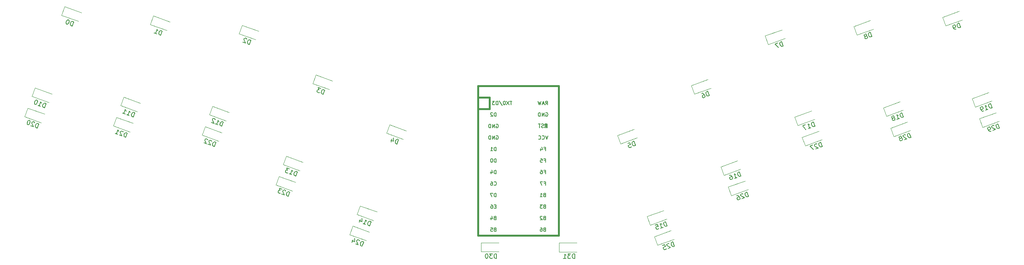
<source format=gbr>
G04 #@! TF.GenerationSoftware,KiCad,Pcbnew,(5.1.4)-1*
G04 #@! TF.CreationDate,2021-01-09T12:31:01-07:00*
G04 #@! TF.ProjectId,CS30 Ergo 3,43533330-2045-4726-976f-20332e6b6963,rev?*
G04 #@! TF.SameCoordinates,Original*
G04 #@! TF.FileFunction,Legend,Bot*
G04 #@! TF.FilePolarity,Positive*
%FSLAX46Y46*%
G04 Gerber Fmt 4.6, Leading zero omitted, Abs format (unit mm)*
G04 Created by KiCad (PCBNEW (5.1.4)-1) date 2021-01-09 12:31:01*
%MOMM*%
%LPD*%
G04 APERTURE LIST*
%ADD10C,0.120000*%
%ADD11C,0.381000*%
%ADD12C,0.150000*%
G04 APERTURE END LIST*
D10*
X151860000Y-104590000D02*
X151860000Y-102590000D01*
X151860000Y-102590000D02*
X155760000Y-102590000D01*
X151860000Y-104590000D02*
X155760000Y-104590000D01*
X134650000Y-104584810D02*
X138550000Y-104584810D01*
X134650000Y-102584810D02*
X138550000Y-102584810D01*
X134650000Y-104584810D02*
X134650000Y-102584810D01*
X245166478Y-77083529D02*
X244482437Y-75204144D01*
X244482437Y-75204144D02*
X248147239Y-73870265D01*
X245166478Y-77083529D02*
X248831279Y-75749650D01*
X225636380Y-79123735D02*
X224952339Y-77244350D01*
X224952339Y-77244350D02*
X228617141Y-75910471D01*
X225636380Y-79123735D02*
X229301181Y-77789856D01*
X206106283Y-81163941D02*
X205422242Y-79284556D01*
X205422242Y-79284556D02*
X209087044Y-77950677D01*
X206106283Y-81163941D02*
X209771084Y-79830062D01*
X189833941Y-92154757D02*
X189149900Y-90275372D01*
X189149900Y-90275372D02*
X192814702Y-88941493D01*
X189833941Y-92154757D02*
X193498742Y-90820878D01*
X173561599Y-103145573D02*
X172877558Y-101266188D01*
X172877558Y-101266188D02*
X176542360Y-99932309D01*
X173561599Y-103145573D02*
X177226400Y-101811694D01*
X105723332Y-100792044D02*
X109388134Y-102125923D01*
X106407373Y-98912659D02*
X110072174Y-100246538D01*
X105723332Y-100792044D02*
X106407373Y-98912659D01*
X89450989Y-89801227D02*
X93115791Y-91135106D01*
X90135030Y-87921842D02*
X93799831Y-89255721D01*
X89450989Y-89801227D02*
X90135030Y-87921842D01*
X73178647Y-78810411D02*
X76843449Y-80144290D01*
X73862688Y-76931026D02*
X77527489Y-78264905D01*
X73178647Y-78810411D02*
X73862688Y-76931026D01*
X53648550Y-76770205D02*
X57313352Y-78104084D01*
X54332591Y-74890820D02*
X57997392Y-76224699D01*
X53648550Y-76770205D02*
X54332591Y-74890820D01*
X34118453Y-74729999D02*
X37783255Y-76063878D01*
X34802494Y-72850614D02*
X38467295Y-74184493D01*
X34118453Y-74729999D02*
X34802494Y-72850614D01*
X243537600Y-72608223D02*
X242853559Y-70728838D01*
X242853559Y-70728838D02*
X246518361Y-69394959D01*
X243537600Y-72608223D02*
X247202401Y-71274344D01*
X224007503Y-74648430D02*
X223323462Y-72769045D01*
X223323462Y-72769045D02*
X226988264Y-71435166D01*
X224007503Y-74648430D02*
X227672304Y-73314551D01*
X204477405Y-76688636D02*
X203793364Y-74809251D01*
X203793364Y-74809251D02*
X207458166Y-73475372D01*
X204477405Y-76688636D02*
X208142206Y-75354757D01*
X188205064Y-87679452D02*
X187521023Y-85800067D01*
X187521023Y-85800067D02*
X191185825Y-84466188D01*
X188205064Y-87679452D02*
X191869865Y-86345573D01*
X171932722Y-98670268D02*
X171248681Y-96790883D01*
X171248681Y-96790883D02*
X174913483Y-95457004D01*
X171932722Y-98670268D02*
X175597523Y-97336389D01*
X107352209Y-96316738D02*
X111017011Y-97650617D01*
X108036250Y-94437353D02*
X111701051Y-95771232D01*
X107352209Y-96316738D02*
X108036250Y-94437353D01*
X91079867Y-85325922D02*
X94744669Y-86659801D01*
X91763908Y-83446537D02*
X95428709Y-84780416D01*
X91079867Y-85325922D02*
X91763908Y-83446537D01*
X74807525Y-74335106D02*
X78472327Y-75668985D01*
X75491566Y-72455721D02*
X79156367Y-73789600D01*
X74807525Y-74335106D02*
X75491566Y-72455721D01*
X55277428Y-72294900D02*
X58942230Y-73628779D01*
X55961469Y-70415515D02*
X59626270Y-71749394D01*
X55277428Y-72294900D02*
X55961469Y-70415515D01*
X35747330Y-70254695D02*
X39412132Y-71588574D01*
X36431371Y-68375310D02*
X40096172Y-69709189D01*
X35747330Y-70254695D02*
X36431371Y-68375310D01*
X237022089Y-54707004D02*
X236338048Y-52827619D01*
X236338048Y-52827619D02*
X240002850Y-51493740D01*
X237022089Y-54707004D02*
X240686890Y-53373125D01*
X217491992Y-56747210D02*
X216807951Y-54867825D01*
X216807951Y-54867825D02*
X220472753Y-53533946D01*
X217491992Y-56747210D02*
X221156793Y-55413331D01*
X197961894Y-58787416D02*
X197277853Y-56908031D01*
X197277853Y-56908031D02*
X200942655Y-55574152D01*
X197961894Y-58787416D02*
X201626695Y-57453537D01*
X181689552Y-69778231D02*
X181005511Y-67898846D01*
X181005511Y-67898846D02*
X184670313Y-66564967D01*
X181689552Y-69778231D02*
X185354353Y-68444352D01*
X165417212Y-80769048D02*
X164733171Y-78889663D01*
X164733171Y-78889663D02*
X168397973Y-77555784D01*
X165417212Y-80769048D02*
X169082013Y-79435169D01*
X113867720Y-78415519D02*
X117532522Y-79749398D01*
X114551761Y-76536134D02*
X118216562Y-77870013D01*
X113867720Y-78415519D02*
X114551761Y-76536134D01*
X97595377Y-67424703D02*
X101260179Y-68758582D01*
X98279418Y-65545318D02*
X101944219Y-66879197D01*
X97595377Y-67424703D02*
X98279418Y-65545318D01*
X81323036Y-56433887D02*
X84987838Y-57767766D01*
X82007077Y-54554502D02*
X85671878Y-55888381D01*
X81323036Y-56433887D02*
X82007077Y-54554502D01*
X61792939Y-54393680D02*
X65457741Y-55727559D01*
X62476980Y-52514295D02*
X66141781Y-53848174D01*
X61792939Y-54393680D02*
X62476980Y-52514295D01*
X42262842Y-52353474D02*
X45927644Y-53687353D01*
X42946883Y-50474089D02*
X46611684Y-51807968D01*
X42262842Y-52353474D02*
X42946883Y-50474089D01*
D11*
X136525600Y-73025360D02*
X133985600Y-73025360D01*
X136525600Y-70485360D02*
X136525600Y-73025360D01*
D12*
G36*
X148920235Y-76774390D02*
G01*
X148920235Y-76874390D01*
X149020235Y-76874390D01*
X149020235Y-76774390D01*
X148920235Y-76774390D01*
G37*
X148920235Y-76774390D02*
X148920235Y-76874390D01*
X149020235Y-76874390D01*
X149020235Y-76774390D01*
X148920235Y-76774390D01*
G36*
X149120235Y-76374390D02*
G01*
X149120235Y-77174390D01*
X149220235Y-77174390D01*
X149220235Y-76374390D01*
X149120235Y-76374390D01*
G37*
X149120235Y-76374390D02*
X149120235Y-77174390D01*
X149220235Y-77174390D01*
X149220235Y-76374390D01*
X149120235Y-76374390D01*
G36*
X148720235Y-76974390D02*
G01*
X148720235Y-77174390D01*
X148820235Y-77174390D01*
X148820235Y-76974390D01*
X148720235Y-76974390D01*
G37*
X148720235Y-76974390D02*
X148720235Y-77174390D01*
X148820235Y-77174390D01*
X148820235Y-76974390D01*
X148720235Y-76974390D01*
G36*
X148720235Y-76374390D02*
G01*
X148720235Y-76674390D01*
X148820235Y-76674390D01*
X148820235Y-76374390D01*
X148720235Y-76374390D01*
G37*
X148720235Y-76374390D02*
X148720235Y-76674390D01*
X148820235Y-76674390D01*
X148820235Y-76374390D01*
X148720235Y-76374390D01*
G36*
X148720235Y-76374390D02*
G01*
X148720235Y-76474390D01*
X149220235Y-76474390D01*
X149220235Y-76374390D01*
X148720235Y-76374390D01*
G37*
X148720235Y-76374390D02*
X148720235Y-76474390D01*
X149220235Y-76474390D01*
X149220235Y-76374390D01*
X148720235Y-76374390D01*
D11*
X151765600Y-100965360D02*
X151765600Y-67945360D01*
X133985600Y-100965360D02*
X151765600Y-100965360D01*
X133985600Y-67945360D02*
X133985600Y-100965360D01*
X151765600Y-67945360D02*
X133985600Y-67945360D01*
X136525600Y-70485360D02*
X133985600Y-70485360D01*
D12*
X155324285Y-106042380D02*
X155324285Y-105042380D01*
X155086190Y-105042380D01*
X154943333Y-105090000D01*
X154848095Y-105185238D01*
X154800476Y-105280476D01*
X154752857Y-105470952D01*
X154752857Y-105613809D01*
X154800476Y-105804285D01*
X154848095Y-105899523D01*
X154943333Y-105994761D01*
X155086190Y-106042380D01*
X155324285Y-106042380D01*
X154419523Y-105042380D02*
X153800476Y-105042380D01*
X154133809Y-105423333D01*
X153990952Y-105423333D01*
X153895714Y-105470952D01*
X153848095Y-105518571D01*
X153800476Y-105613809D01*
X153800476Y-105851904D01*
X153848095Y-105947142D01*
X153895714Y-105994761D01*
X153990952Y-106042380D01*
X154276666Y-106042380D01*
X154371904Y-105994761D01*
X154419523Y-105947142D01*
X152848095Y-106042380D02*
X153419523Y-106042380D01*
X153133809Y-106042380D02*
X153133809Y-105042380D01*
X153229047Y-105185238D01*
X153324285Y-105280476D01*
X153419523Y-105328095D01*
X138114285Y-106037190D02*
X138114285Y-105037190D01*
X137876190Y-105037190D01*
X137733333Y-105084810D01*
X137638095Y-105180048D01*
X137590476Y-105275286D01*
X137542857Y-105465762D01*
X137542857Y-105608619D01*
X137590476Y-105799095D01*
X137638095Y-105894333D01*
X137733333Y-105989571D01*
X137876190Y-106037190D01*
X138114285Y-106037190D01*
X137209523Y-105037190D02*
X136590476Y-105037190D01*
X136923809Y-105418143D01*
X136780952Y-105418143D01*
X136685714Y-105465762D01*
X136638095Y-105513381D01*
X136590476Y-105608619D01*
X136590476Y-105846714D01*
X136638095Y-105941952D01*
X136685714Y-105989571D01*
X136780952Y-106037190D01*
X137066666Y-106037190D01*
X137161904Y-105989571D01*
X137209523Y-105941952D01*
X135971428Y-105037190D02*
X135876190Y-105037190D01*
X135780952Y-105084810D01*
X135733333Y-105132429D01*
X135685714Y-105227667D01*
X135638095Y-105418143D01*
X135638095Y-105656238D01*
X135685714Y-105846714D01*
X135733333Y-105941952D01*
X135780952Y-105989571D01*
X135876190Y-106037190D01*
X135971428Y-106037190D01*
X136066666Y-105989571D01*
X136114285Y-105941952D01*
X136161904Y-105846714D01*
X136209523Y-105656238D01*
X136209523Y-105418143D01*
X136161904Y-105227667D01*
X136114285Y-105132429D01*
X136066666Y-105084810D01*
X135971428Y-105037190D01*
X248918584Y-77263464D02*
X248576564Y-76323772D01*
X248352828Y-76405205D01*
X248234873Y-76498812D01*
X248177951Y-76620880D01*
X248165778Y-76726661D01*
X248186177Y-76921937D01*
X248235037Y-77056179D01*
X248344931Y-77218881D01*
X248422252Y-77292089D01*
X248544319Y-77349010D01*
X248694848Y-77344898D01*
X248918584Y-77263464D01*
X247714192Y-76739000D02*
X247653158Y-76710539D01*
X247547377Y-76698365D01*
X247323641Y-76779799D01*
X247250433Y-76857119D01*
X247221972Y-76918153D01*
X247209798Y-77023934D01*
X247242372Y-77113429D01*
X247335979Y-77231384D01*
X248068386Y-77572911D01*
X247486672Y-77784638D01*
X247039199Y-77947505D02*
X246860210Y-78012651D01*
X246754429Y-78000477D01*
X246693395Y-77972017D01*
X246555040Y-77870348D01*
X246445146Y-77707646D01*
X246314853Y-77349668D01*
X246327027Y-77243887D01*
X246355487Y-77182853D01*
X246428695Y-77105532D01*
X246607684Y-77040385D01*
X246713466Y-77052559D01*
X246774499Y-77081020D01*
X246851820Y-77154228D01*
X246933253Y-77377964D01*
X246921080Y-77483745D01*
X246892619Y-77544779D01*
X246819411Y-77622100D01*
X246640422Y-77687247D01*
X246534641Y-77675073D01*
X246473607Y-77646612D01*
X246396286Y-77573404D01*
X229388486Y-79303670D02*
X229046466Y-78363978D01*
X228822730Y-78445411D01*
X228704775Y-78539018D01*
X228647853Y-78661086D01*
X228635680Y-78766867D01*
X228656079Y-78962143D01*
X228704939Y-79096385D01*
X228814833Y-79259087D01*
X228892154Y-79332295D01*
X229014221Y-79389216D01*
X229164750Y-79385104D01*
X229388486Y-79303670D01*
X228184094Y-78779206D02*
X228123060Y-78750745D01*
X228017279Y-78738571D01*
X227793543Y-78820005D01*
X227720335Y-78897325D01*
X227691874Y-78958359D01*
X227679700Y-79064140D01*
X227712274Y-79153635D01*
X227805881Y-79271590D01*
X228538288Y-79613117D01*
X227956574Y-79824844D01*
X227224166Y-79483317D02*
X227297374Y-79405996D01*
X227325835Y-79344962D01*
X227338009Y-79239181D01*
X227321722Y-79194434D01*
X227244401Y-79121226D01*
X227183368Y-79092765D01*
X227077586Y-79080591D01*
X226898597Y-79145738D01*
X226825389Y-79223059D01*
X226796929Y-79284093D01*
X226784755Y-79389874D01*
X226801042Y-79434621D01*
X226878362Y-79507829D01*
X226939396Y-79536290D01*
X227045177Y-79548463D01*
X227224166Y-79483317D01*
X227329948Y-79495491D01*
X227390982Y-79523951D01*
X227468302Y-79597159D01*
X227533449Y-79776148D01*
X227521275Y-79881929D01*
X227492814Y-79942963D01*
X227419606Y-80020284D01*
X227240617Y-80085431D01*
X227134836Y-80073257D01*
X227073802Y-80044796D01*
X226996482Y-79971588D01*
X226931335Y-79792599D01*
X226943509Y-79686818D01*
X226971969Y-79625784D01*
X227045177Y-79548463D01*
X209858389Y-81343876D02*
X209516369Y-80404184D01*
X209292633Y-80485617D01*
X209174678Y-80579224D01*
X209117756Y-80701292D01*
X209105583Y-80807073D01*
X209125982Y-81002349D01*
X209174842Y-81136591D01*
X209284736Y-81299293D01*
X209362057Y-81372501D01*
X209484124Y-81429422D01*
X209634653Y-81425310D01*
X209858389Y-81343876D01*
X208653997Y-80819412D02*
X208592963Y-80790951D01*
X208487182Y-80778777D01*
X208263446Y-80860211D01*
X208190238Y-80937531D01*
X208161777Y-80998565D01*
X208149603Y-81104346D01*
X208182177Y-81193841D01*
X208275784Y-81311796D01*
X209008191Y-81653323D01*
X208426477Y-81865050D01*
X207771226Y-81039364D02*
X207144764Y-81267377D01*
X207889509Y-82060490D01*
X193586047Y-92334692D02*
X193244027Y-91395000D01*
X193020291Y-91476433D01*
X192902336Y-91570040D01*
X192845414Y-91692108D01*
X192833241Y-91797889D01*
X192853640Y-91993165D01*
X192902500Y-92127407D01*
X193012394Y-92290109D01*
X193089715Y-92363317D01*
X193211782Y-92420238D01*
X193362311Y-92416126D01*
X193586047Y-92334692D01*
X192381655Y-91810228D02*
X192320621Y-91781767D01*
X192214840Y-91769593D01*
X191991104Y-91851027D01*
X191917896Y-91928347D01*
X191889435Y-91989381D01*
X191877261Y-92095162D01*
X191909835Y-92184657D01*
X192003442Y-92302612D01*
X192735849Y-92644139D01*
X192154135Y-92855866D01*
X191006664Y-92209333D02*
X191185653Y-92144187D01*
X191291434Y-92156361D01*
X191352468Y-92184821D01*
X191490822Y-92286490D01*
X191600716Y-92449192D01*
X191731010Y-92807170D01*
X191718836Y-92912951D01*
X191690375Y-92973985D01*
X191617167Y-93051306D01*
X191438178Y-93116453D01*
X191332397Y-93104279D01*
X191271363Y-93075818D01*
X191194043Y-93002610D01*
X191112609Y-92778874D01*
X191124783Y-92673093D01*
X191153244Y-92612059D01*
X191226452Y-92534738D01*
X191405441Y-92469592D01*
X191511222Y-92481765D01*
X191572256Y-92510226D01*
X191649576Y-92583434D01*
X177313705Y-103325508D02*
X176971685Y-102385816D01*
X176747949Y-102467249D01*
X176629994Y-102560856D01*
X176573072Y-102682924D01*
X176560899Y-102788705D01*
X176581298Y-102983981D01*
X176630158Y-103118223D01*
X176740052Y-103280925D01*
X176817373Y-103354133D01*
X176939440Y-103411054D01*
X177089969Y-103406942D01*
X177313705Y-103325508D01*
X176109313Y-102801044D02*
X176048279Y-102772583D01*
X175942498Y-102760409D01*
X175718762Y-102841843D01*
X175645554Y-102919163D01*
X175617093Y-102980197D01*
X175604919Y-103085978D01*
X175637493Y-103175473D01*
X175731100Y-103293428D01*
X176463507Y-103634955D01*
X175881793Y-103846682D01*
X174689574Y-103216436D02*
X175137047Y-103053569D01*
X175344661Y-103484755D01*
X175283627Y-103456295D01*
X175177846Y-103444121D01*
X174954110Y-103525554D01*
X174880902Y-103602875D01*
X174852441Y-103663909D01*
X174840267Y-103769690D01*
X174921701Y-103993426D01*
X174999021Y-104066634D01*
X175060055Y-104095095D01*
X175165836Y-104107269D01*
X175389573Y-104025835D01*
X175462781Y-103948515D01*
X175491241Y-103887481D01*
X108481952Y-103341691D02*
X108823973Y-102401998D01*
X108600236Y-102320565D01*
X108449708Y-102316452D01*
X108327640Y-102373373D01*
X108250319Y-102446581D01*
X108140425Y-102609283D01*
X108091565Y-102743525D01*
X108071166Y-102938801D01*
X108083340Y-103044582D01*
X108140261Y-103166650D01*
X108258216Y-103260257D01*
X108481952Y-103341691D01*
X107896454Y-102165759D02*
X107867993Y-102104725D01*
X107794785Y-102027405D01*
X107571049Y-101945971D01*
X107465268Y-101958145D01*
X107404234Y-101986606D01*
X107326913Y-102059814D01*
X107294340Y-102149308D01*
X107290227Y-102299837D01*
X107631754Y-103032244D01*
X107050040Y-102820517D01*
X106472602Y-101900895D02*
X106244589Y-102527357D01*
X106826632Y-101624351D02*
X106806068Y-102376993D01*
X106224354Y-102165266D01*
X92209609Y-92350874D02*
X92551630Y-91411181D01*
X92327893Y-91329748D01*
X92177365Y-91325635D01*
X92055297Y-91382556D01*
X91977976Y-91455764D01*
X91868082Y-91618466D01*
X91819222Y-91752708D01*
X91798823Y-91947984D01*
X91810997Y-92053765D01*
X91867918Y-92175833D01*
X91985873Y-92269440D01*
X92209609Y-92350874D01*
X91624111Y-91174942D02*
X91595650Y-91113908D01*
X91522442Y-91036588D01*
X91298706Y-90955154D01*
X91192925Y-90967328D01*
X91131891Y-90995789D01*
X91054570Y-91068997D01*
X91021997Y-91158491D01*
X91017884Y-91309020D01*
X91359411Y-92041427D01*
X90777697Y-91829700D01*
X90806486Y-90776001D02*
X90224772Y-90564274D01*
X90407709Y-91036259D01*
X90273467Y-90987399D01*
X90167686Y-90999573D01*
X90106652Y-91028033D01*
X90029332Y-91101241D01*
X89947898Y-91324978D01*
X89960072Y-91430759D01*
X89988533Y-91491793D01*
X90061741Y-91569113D01*
X90330224Y-91666833D01*
X90436005Y-91654660D01*
X90497039Y-91626199D01*
X75937267Y-81360058D02*
X76279288Y-80420365D01*
X76055551Y-80338932D01*
X75905023Y-80334819D01*
X75782955Y-80391740D01*
X75705634Y-80464948D01*
X75595740Y-80627650D01*
X75546880Y-80761892D01*
X75526481Y-80957168D01*
X75538655Y-81062949D01*
X75595576Y-81185017D01*
X75713531Y-81278624D01*
X75937267Y-81360058D01*
X75351769Y-80184126D02*
X75323308Y-80123092D01*
X75250100Y-80045772D01*
X75026364Y-79964338D01*
X74920583Y-79976512D01*
X74859549Y-80004973D01*
X74782228Y-80078181D01*
X74749655Y-80167675D01*
X74745542Y-80318204D01*
X75087069Y-81050611D01*
X74505355Y-80838884D01*
X74456824Y-79858393D02*
X74428363Y-79797359D01*
X74355155Y-79720038D01*
X74131419Y-79638605D01*
X74025638Y-79650779D01*
X73964604Y-79679239D01*
X73887283Y-79752447D01*
X73854710Y-79841942D01*
X73850597Y-79992470D01*
X74192124Y-80724877D01*
X73610410Y-80513151D01*
X56407170Y-79319852D02*
X56749191Y-78380159D01*
X56525454Y-78298726D01*
X56374926Y-78294613D01*
X56252858Y-78351534D01*
X56175537Y-78424742D01*
X56065643Y-78587444D01*
X56016783Y-78721686D01*
X55996384Y-78916962D01*
X56008558Y-79022743D01*
X56065479Y-79144811D01*
X56183434Y-79238418D01*
X56407170Y-79319852D01*
X55821672Y-78143920D02*
X55793211Y-78082886D01*
X55720003Y-78005566D01*
X55496267Y-77924132D01*
X55390486Y-77936306D01*
X55329452Y-77964767D01*
X55252131Y-78037975D01*
X55219558Y-78127469D01*
X55215445Y-78277998D01*
X55556972Y-79010405D01*
X54975258Y-78798678D01*
X54080313Y-78472945D02*
X54617280Y-78668385D01*
X54348796Y-78570665D02*
X54690816Y-77630972D01*
X54731451Y-77797787D01*
X54788372Y-77919855D01*
X54861580Y-77997176D01*
X36877073Y-77279646D02*
X37219094Y-76339953D01*
X36995357Y-76258520D01*
X36844829Y-76254407D01*
X36722761Y-76311328D01*
X36645440Y-76384536D01*
X36535546Y-76547238D01*
X36486686Y-76681480D01*
X36466287Y-76876756D01*
X36478461Y-76982537D01*
X36535382Y-77104605D01*
X36653337Y-77198212D01*
X36877073Y-77279646D01*
X36291575Y-76103714D02*
X36263114Y-76042680D01*
X36189906Y-75965360D01*
X35966170Y-75883926D01*
X35860389Y-75896100D01*
X35799355Y-75924561D01*
X35722034Y-75997769D01*
X35689461Y-76087263D01*
X35685348Y-76237792D01*
X36026875Y-76970199D01*
X35445161Y-76758472D01*
X35205467Y-75607053D02*
X35115972Y-75574479D01*
X35010191Y-75586653D01*
X34949157Y-75615114D01*
X34871836Y-75688322D01*
X34761942Y-75851024D01*
X34680509Y-76074761D01*
X34660109Y-76270036D01*
X34672283Y-76375818D01*
X34700744Y-76436851D01*
X34773952Y-76514172D01*
X34863446Y-76546745D01*
X34969228Y-76534571D01*
X35030262Y-76506111D01*
X35107582Y-76432903D01*
X35217476Y-76270201D01*
X35298909Y-76046464D01*
X35319309Y-75851189D01*
X35307135Y-75745407D01*
X35278674Y-75684373D01*
X35205467Y-75607053D01*
X247289706Y-72788158D02*
X246947686Y-71848466D01*
X246723950Y-71929899D01*
X246605995Y-72023506D01*
X246549073Y-72145574D01*
X246536900Y-72251355D01*
X246557299Y-72446631D01*
X246606159Y-72580873D01*
X246716053Y-72743575D01*
X246793374Y-72816783D01*
X246915441Y-72873704D01*
X247065970Y-72869592D01*
X247289706Y-72788158D01*
X245857794Y-73309332D02*
X246394761Y-73113892D01*
X246126277Y-73211612D02*
X245784257Y-72271919D01*
X245922612Y-72373588D01*
X246044680Y-72430509D01*
X246150461Y-72442683D01*
X245410321Y-73472199D02*
X245231332Y-73537345D01*
X245125551Y-73525171D01*
X245064517Y-73496711D01*
X244926162Y-73395042D01*
X244816268Y-73232340D01*
X244685975Y-72874362D01*
X244698149Y-72768581D01*
X244726609Y-72707547D01*
X244799817Y-72630226D01*
X244978806Y-72565079D01*
X245084588Y-72577253D01*
X245145621Y-72605714D01*
X245222942Y-72678922D01*
X245304375Y-72902658D01*
X245292202Y-73008439D01*
X245263741Y-73069473D01*
X245190533Y-73146794D01*
X245011544Y-73211941D01*
X244905763Y-73199767D01*
X244844729Y-73171306D01*
X244767408Y-73098098D01*
X227759609Y-74828365D02*
X227417589Y-73888673D01*
X227193853Y-73970106D01*
X227075898Y-74063713D01*
X227018976Y-74185781D01*
X227006803Y-74291562D01*
X227027202Y-74486838D01*
X227076062Y-74621080D01*
X227185956Y-74783782D01*
X227263277Y-74856990D01*
X227385344Y-74913911D01*
X227535873Y-74909799D01*
X227759609Y-74828365D01*
X226327697Y-75349539D02*
X226864664Y-75154099D01*
X226596180Y-75251819D02*
X226254160Y-74312126D01*
X226392515Y-74413795D01*
X226514583Y-74470716D01*
X226620364Y-74482890D01*
X225595289Y-75008012D02*
X225668497Y-74930691D01*
X225696958Y-74869657D01*
X225709132Y-74763876D01*
X225692845Y-74719129D01*
X225615524Y-74645921D01*
X225554491Y-74617460D01*
X225448709Y-74605286D01*
X225269720Y-74670433D01*
X225196512Y-74747754D01*
X225168052Y-74808788D01*
X225155878Y-74914569D01*
X225172165Y-74959316D01*
X225249485Y-75032524D01*
X225310519Y-75060985D01*
X225416300Y-75073158D01*
X225595289Y-75008012D01*
X225701071Y-75020186D01*
X225762105Y-75048646D01*
X225839425Y-75121854D01*
X225904572Y-75300843D01*
X225892398Y-75406624D01*
X225863937Y-75467658D01*
X225790729Y-75544979D01*
X225611740Y-75610126D01*
X225505959Y-75597952D01*
X225444925Y-75569491D01*
X225367605Y-75496283D01*
X225302458Y-75317294D01*
X225314632Y-75211513D01*
X225343092Y-75150479D01*
X225416300Y-75073158D01*
X208229511Y-76868571D02*
X207887491Y-75928879D01*
X207663755Y-76010312D01*
X207545800Y-76103919D01*
X207488878Y-76225987D01*
X207476705Y-76331768D01*
X207497104Y-76527044D01*
X207545964Y-76661286D01*
X207655858Y-76823988D01*
X207733179Y-76897196D01*
X207855246Y-76954117D01*
X208005775Y-76950005D01*
X208229511Y-76868571D01*
X206797599Y-77389745D02*
X207334566Y-77194305D01*
X207066082Y-77292025D02*
X206724062Y-76352332D01*
X206862417Y-76454001D01*
X206984485Y-76510922D01*
X207090266Y-76523096D01*
X206142348Y-76564059D02*
X205515886Y-76792072D01*
X206260631Y-77585185D01*
X191957170Y-87859387D02*
X191615150Y-86919695D01*
X191391414Y-87001128D01*
X191273459Y-87094735D01*
X191216537Y-87216803D01*
X191204364Y-87322584D01*
X191224763Y-87517860D01*
X191273623Y-87652102D01*
X191383517Y-87814804D01*
X191460838Y-87888012D01*
X191582905Y-87944933D01*
X191733434Y-87940821D01*
X191957170Y-87859387D01*
X190525258Y-88380561D02*
X191062225Y-88185121D01*
X190793741Y-88282841D02*
X190451721Y-87343148D01*
X190590076Y-87444817D01*
X190712144Y-87501738D01*
X190817925Y-87513912D01*
X189377787Y-87734028D02*
X189556776Y-87668882D01*
X189662557Y-87681056D01*
X189723591Y-87709516D01*
X189861945Y-87811185D01*
X189971839Y-87973887D01*
X190102133Y-88331865D01*
X190089959Y-88437646D01*
X190061498Y-88498680D01*
X189988290Y-88576001D01*
X189809301Y-88641148D01*
X189703520Y-88628974D01*
X189642486Y-88600513D01*
X189565166Y-88527305D01*
X189483732Y-88303569D01*
X189495906Y-88197788D01*
X189524367Y-88136754D01*
X189597575Y-88059433D01*
X189776564Y-87994287D01*
X189882345Y-88006460D01*
X189943379Y-88034921D01*
X190020699Y-88108129D01*
X175684828Y-98850203D02*
X175342808Y-97910511D01*
X175119072Y-97991944D01*
X175001117Y-98085551D01*
X174944195Y-98207619D01*
X174932022Y-98313400D01*
X174952421Y-98508676D01*
X175001281Y-98642918D01*
X175111175Y-98805620D01*
X175188496Y-98878828D01*
X175310563Y-98935749D01*
X175461092Y-98931637D01*
X175684828Y-98850203D01*
X174252916Y-99371377D02*
X174789883Y-99175937D01*
X174521399Y-99273657D02*
X174179379Y-98333964D01*
X174317734Y-98435633D01*
X174439802Y-98492554D01*
X174545583Y-98504728D01*
X173060697Y-98741131D02*
X173508170Y-98578264D01*
X173715784Y-99009450D01*
X173654750Y-98980990D01*
X173548969Y-98968816D01*
X173325233Y-99050249D01*
X173252025Y-99127570D01*
X173223564Y-99188604D01*
X173211390Y-99294385D01*
X173292824Y-99518121D01*
X173370144Y-99591329D01*
X173431178Y-99619790D01*
X173536959Y-99631964D01*
X173760696Y-99550530D01*
X173833904Y-99473210D01*
X173862364Y-99412176D01*
X110110829Y-98866385D02*
X110452850Y-97926692D01*
X110229113Y-97845259D01*
X110078585Y-97841146D01*
X109956517Y-97898067D01*
X109879196Y-97971275D01*
X109769302Y-98133977D01*
X109720442Y-98268219D01*
X109700043Y-98463495D01*
X109712217Y-98569276D01*
X109769138Y-98691344D01*
X109887093Y-98784951D01*
X110110829Y-98866385D01*
X108678917Y-98345211D02*
X109215884Y-98540651D01*
X108947400Y-98442931D02*
X109289421Y-97503239D01*
X109330055Y-97670054D01*
X109386976Y-97792122D01*
X109460184Y-97869442D01*
X108101479Y-97425589D02*
X107873466Y-98052051D01*
X108455509Y-97149045D02*
X108434945Y-97901687D01*
X107853231Y-97689960D01*
X93838487Y-87875569D02*
X94180508Y-86935876D01*
X93956771Y-86854443D01*
X93806243Y-86850330D01*
X93684175Y-86907251D01*
X93606854Y-86980459D01*
X93496960Y-87143161D01*
X93448100Y-87277403D01*
X93427701Y-87472679D01*
X93439875Y-87578460D01*
X93496796Y-87700528D01*
X93614751Y-87794135D01*
X93838487Y-87875569D01*
X92406575Y-87354395D02*
X92943542Y-87549835D01*
X92675058Y-87452115D02*
X93017079Y-86512423D01*
X93057713Y-86679238D01*
X93114634Y-86801306D01*
X93187842Y-86878626D01*
X92435364Y-86300696D02*
X91853650Y-86088969D01*
X92036587Y-86560954D01*
X91902345Y-86512094D01*
X91796564Y-86524268D01*
X91735530Y-86552728D01*
X91658210Y-86625936D01*
X91576776Y-86849673D01*
X91588950Y-86955454D01*
X91617411Y-87016488D01*
X91690619Y-87093808D01*
X91959102Y-87191528D01*
X92064883Y-87179355D01*
X92125917Y-87150894D01*
X77566145Y-76884753D02*
X77908166Y-75945060D01*
X77684429Y-75863627D01*
X77533901Y-75859514D01*
X77411833Y-75916435D01*
X77334512Y-75989643D01*
X77224618Y-76152345D01*
X77175758Y-76286587D01*
X77155359Y-76481863D01*
X77167533Y-76587644D01*
X77224454Y-76709712D01*
X77342409Y-76803319D01*
X77566145Y-76884753D01*
X76134233Y-76363579D02*
X76671200Y-76559019D01*
X76402716Y-76461299D02*
X76744737Y-75521607D01*
X76785371Y-75688422D01*
X76842292Y-75810490D01*
X76915500Y-75887810D01*
X76085702Y-75383088D02*
X76057241Y-75322054D01*
X75984033Y-75244733D01*
X75760297Y-75163300D01*
X75654516Y-75175474D01*
X75593482Y-75203934D01*
X75516161Y-75277142D01*
X75483588Y-75366637D01*
X75479475Y-75517165D01*
X75821002Y-76249572D01*
X75239288Y-76037846D01*
X58036048Y-74844547D02*
X58378069Y-73904854D01*
X58154332Y-73823421D01*
X58003804Y-73819308D01*
X57881736Y-73876229D01*
X57804415Y-73949437D01*
X57694521Y-74112139D01*
X57645661Y-74246381D01*
X57625262Y-74441657D01*
X57637436Y-74547438D01*
X57694357Y-74669506D01*
X57812312Y-74763113D01*
X58036048Y-74844547D01*
X56604136Y-74323373D02*
X57141103Y-74518813D01*
X56872619Y-74421093D02*
X57214640Y-73481401D01*
X57255274Y-73648216D01*
X57312195Y-73770284D01*
X57385403Y-73847604D01*
X55709191Y-73997640D02*
X56246158Y-74193080D01*
X55977674Y-74095360D02*
X56319694Y-73155667D01*
X56360329Y-73322482D01*
X56417250Y-73444550D01*
X56490458Y-73521871D01*
X38505950Y-72804342D02*
X38847971Y-71864649D01*
X38624234Y-71783216D01*
X38473706Y-71779103D01*
X38351638Y-71836024D01*
X38274317Y-71909232D01*
X38164423Y-72071934D01*
X38115563Y-72206176D01*
X38095164Y-72401452D01*
X38107338Y-72507233D01*
X38164259Y-72629301D01*
X38282214Y-72722908D01*
X38505950Y-72804342D01*
X37074038Y-72283168D02*
X37611005Y-72478608D01*
X37342521Y-72380888D02*
X37684542Y-71441196D01*
X37725176Y-71608011D01*
X37782097Y-71730079D01*
X37855305Y-71807399D01*
X36834344Y-71131749D02*
X36744849Y-71099175D01*
X36639068Y-71111349D01*
X36578034Y-71139810D01*
X36500713Y-71213018D01*
X36390819Y-71375720D01*
X36309386Y-71599457D01*
X36288986Y-71794732D01*
X36301160Y-71900514D01*
X36329621Y-71961547D01*
X36402829Y-72038868D01*
X36492323Y-72071441D01*
X36598105Y-72059267D01*
X36659139Y-72030807D01*
X36736459Y-71957599D01*
X36846353Y-71794897D01*
X36927786Y-71571160D01*
X36948186Y-71375885D01*
X36936012Y-71270103D01*
X36907551Y-71209069D01*
X36834344Y-71131749D01*
X240326723Y-55049806D02*
X239984702Y-54110113D01*
X239760966Y-54191547D01*
X239643011Y-54285154D01*
X239586090Y-54407222D01*
X239573916Y-54513003D01*
X239594315Y-54708279D01*
X239643175Y-54842521D01*
X239753069Y-55005223D01*
X239830390Y-55078431D01*
X239952458Y-55135352D01*
X240102986Y-55131239D01*
X240326723Y-55049806D01*
X239342283Y-55408113D02*
X239163294Y-55473260D01*
X239057512Y-55461086D01*
X238996478Y-55432625D01*
X238858124Y-55330957D01*
X238748230Y-55168254D01*
X238617937Y-54810276D01*
X238630110Y-54704495D01*
X238658571Y-54643461D01*
X238731779Y-54566140D01*
X238910768Y-54500994D01*
X239016549Y-54513168D01*
X239077583Y-54541628D01*
X239154904Y-54614836D01*
X239236337Y-54838572D01*
X239224163Y-54944354D01*
X239195703Y-55005388D01*
X239122495Y-55082708D01*
X238943506Y-55147855D01*
X238837724Y-55135681D01*
X238776691Y-55107220D01*
X238699370Y-55034012D01*
X220796626Y-57090012D02*
X220454605Y-56150319D01*
X220230869Y-56231753D01*
X220112914Y-56325360D01*
X220055993Y-56447428D01*
X220043819Y-56553209D01*
X220064218Y-56748485D01*
X220113078Y-56882727D01*
X220222972Y-57045429D01*
X220300293Y-57118637D01*
X220422361Y-57175558D01*
X220572889Y-57171445D01*
X220796626Y-57090012D01*
X219527251Y-56943925D02*
X219600459Y-56866604D01*
X219628919Y-56805570D01*
X219641093Y-56699789D01*
X219624807Y-56655042D01*
X219547486Y-56581834D01*
X219486452Y-56553374D01*
X219380671Y-56541200D01*
X219201682Y-56606346D01*
X219128474Y-56683667D01*
X219100013Y-56744701D01*
X219087840Y-56850482D01*
X219104126Y-56895229D01*
X219181447Y-56968437D01*
X219242481Y-56996898D01*
X219348262Y-57009072D01*
X219527251Y-56943925D01*
X219633032Y-56956099D01*
X219694066Y-56984560D01*
X219771387Y-57057767D01*
X219836533Y-57236757D01*
X219824360Y-57342538D01*
X219795899Y-57403572D01*
X219722691Y-57480892D01*
X219543702Y-57546039D01*
X219437921Y-57533865D01*
X219376887Y-57505404D01*
X219299566Y-57432197D01*
X219234420Y-57253208D01*
X219246594Y-57147426D01*
X219275054Y-57086392D01*
X219348262Y-57009072D01*
X201266528Y-59130218D02*
X200924507Y-58190525D01*
X200700771Y-58271959D01*
X200582816Y-58365566D01*
X200525895Y-58487634D01*
X200513721Y-58593415D01*
X200534120Y-58788691D01*
X200582980Y-58922933D01*
X200692874Y-59085635D01*
X200770195Y-59158843D01*
X200892263Y-59215764D01*
X201042791Y-59211651D01*
X201266528Y-59130218D01*
X200074309Y-58499972D02*
X199447848Y-58727986D01*
X200192593Y-59521098D01*
X184994186Y-70121033D02*
X184652165Y-69181340D01*
X184428429Y-69262774D01*
X184310474Y-69356381D01*
X184253553Y-69478449D01*
X184241379Y-69584230D01*
X184261778Y-69779506D01*
X184310638Y-69913748D01*
X184420532Y-70076450D01*
X184497853Y-70149658D01*
X184619921Y-70206579D01*
X184770449Y-70202466D01*
X184994186Y-70121033D01*
X183309747Y-69669941D02*
X183488736Y-69604794D01*
X183594518Y-69616968D01*
X183655552Y-69645429D01*
X183793906Y-69747097D01*
X183903800Y-69909799D01*
X184034093Y-70267778D01*
X184021920Y-70373559D01*
X183993459Y-70434593D01*
X183920251Y-70511913D01*
X183741262Y-70577060D01*
X183635481Y-70564886D01*
X183574447Y-70536425D01*
X183497126Y-70463218D01*
X183415693Y-70239481D01*
X183427867Y-70133700D01*
X183456327Y-70072666D01*
X183529535Y-69995345D01*
X183708524Y-69930199D01*
X183814306Y-69942373D01*
X183875340Y-69970833D01*
X183952660Y-70044041D01*
X168721846Y-81111850D02*
X168379825Y-80172157D01*
X168156089Y-80253591D01*
X168038134Y-80347198D01*
X167981213Y-80469266D01*
X167969039Y-80575047D01*
X167989438Y-80770323D01*
X168038298Y-80904565D01*
X168148192Y-81067267D01*
X168225513Y-81140475D01*
X168347581Y-81197396D01*
X168498109Y-81193283D01*
X168721846Y-81111850D01*
X166992660Y-80677044D02*
X167440133Y-80514178D01*
X167647747Y-80945364D01*
X167586713Y-80916903D01*
X167480932Y-80904729D01*
X167257195Y-80986162D01*
X167183987Y-81063483D01*
X167155527Y-81124517D01*
X167143353Y-81230298D01*
X167224786Y-81454035D01*
X167302107Y-81527242D01*
X167363141Y-81555703D01*
X167468922Y-81567877D01*
X167692658Y-81486444D01*
X167765866Y-81409123D01*
X167794327Y-81348089D01*
X116178868Y-80802299D02*
X116520888Y-79862606D01*
X116297152Y-79781173D01*
X116146623Y-79777060D01*
X116024555Y-79833981D01*
X115947235Y-79907189D01*
X115837341Y-80069892D01*
X115788481Y-80204133D01*
X115768081Y-80399409D01*
X115780255Y-80505190D01*
X115837176Y-80627258D01*
X115955131Y-80720866D01*
X116178868Y-80802299D01*
X115064463Y-79687237D02*
X114836450Y-80313699D01*
X115418493Y-79410692D02*
X115397929Y-80163335D01*
X114816215Y-79951608D01*
X99906525Y-69811483D02*
X100248545Y-68871790D01*
X100024809Y-68790357D01*
X99874280Y-68786244D01*
X99752212Y-68843165D01*
X99674892Y-68916373D01*
X99564998Y-69079076D01*
X99516138Y-69213317D01*
X99495738Y-69408593D01*
X99507912Y-69514374D01*
X99564833Y-69636442D01*
X99682788Y-69730050D01*
X99906525Y-69811483D01*
X99398347Y-68562344D02*
X98816632Y-68350617D01*
X98999570Y-68822602D01*
X98865328Y-68773742D01*
X98759547Y-68785916D01*
X98698513Y-68814376D01*
X98621192Y-68887584D01*
X98539759Y-69111320D01*
X98551933Y-69217102D01*
X98580393Y-69278136D01*
X98653601Y-69355456D01*
X98922085Y-69453176D01*
X99027866Y-69441002D01*
X99088900Y-69412542D01*
X83634184Y-58820667D02*
X83976204Y-57880974D01*
X83752468Y-57799541D01*
X83601939Y-57795428D01*
X83479871Y-57852349D01*
X83402551Y-57925557D01*
X83292657Y-58088260D01*
X83243797Y-58222501D01*
X83223397Y-58417777D01*
X83235571Y-58523558D01*
X83292492Y-58645626D01*
X83410447Y-58739234D01*
X83634184Y-58820667D01*
X83048685Y-57644735D02*
X83020225Y-57583701D01*
X82947017Y-57506381D01*
X82723280Y-57424948D01*
X82617499Y-57437121D01*
X82556465Y-57465582D01*
X82479145Y-57538790D01*
X82446571Y-57628284D01*
X82442459Y-57778813D01*
X82783986Y-58511220D01*
X82202271Y-58299493D01*
X64104087Y-56780460D02*
X64446107Y-55840767D01*
X64222371Y-55759334D01*
X64071842Y-55755221D01*
X63949774Y-55812142D01*
X63872454Y-55885350D01*
X63762560Y-56048053D01*
X63713700Y-56182294D01*
X63693300Y-56377570D01*
X63705474Y-56483351D01*
X63762395Y-56605419D01*
X63880350Y-56699027D01*
X64104087Y-56780460D01*
X62672174Y-56259286D02*
X63209141Y-56454727D01*
X62940658Y-56357006D02*
X63282678Y-55417314D01*
X63323312Y-55584129D01*
X63380234Y-55706197D01*
X63453441Y-55783517D01*
X44573990Y-54740254D02*
X44916010Y-53800561D01*
X44692274Y-53719128D01*
X44541745Y-53715015D01*
X44419677Y-53771936D01*
X44342357Y-53845144D01*
X44232463Y-54007847D01*
X44183603Y-54142088D01*
X44163203Y-54337364D01*
X44175377Y-54443145D01*
X44232298Y-54565213D01*
X44350253Y-54658821D01*
X44573990Y-54740254D01*
X43797328Y-53393395D02*
X43707834Y-53360821D01*
X43602052Y-53372995D01*
X43541019Y-53401456D01*
X43463698Y-53474664D01*
X43353804Y-53637366D01*
X43272371Y-53861102D01*
X43251971Y-54056378D01*
X43264145Y-54162159D01*
X43292606Y-54223193D01*
X43365814Y-54300514D01*
X43455308Y-54333087D01*
X43561089Y-54320913D01*
X43622123Y-54292453D01*
X43699444Y-54219245D01*
X43809338Y-54056542D01*
X43890771Y-53832806D01*
X43911171Y-53637530D01*
X43898997Y-53531749D01*
X43870536Y-53470715D01*
X43797328Y-53393395D01*
X138005076Y-74657264D02*
X138005076Y-73857264D01*
X137814600Y-73857264D01*
X137700314Y-73895360D01*
X137624123Y-73971550D01*
X137586028Y-74047740D01*
X137547933Y-74200121D01*
X137547933Y-74314407D01*
X137586028Y-74466788D01*
X137624123Y-74542979D01*
X137700314Y-74619169D01*
X137814600Y-74657264D01*
X138005076Y-74657264D01*
X137243171Y-73933455D02*
X137205076Y-73895360D01*
X137128885Y-73857264D01*
X136938409Y-73857264D01*
X136862219Y-73895360D01*
X136824123Y-73933455D01*
X136786028Y-74009645D01*
X136786028Y-74085836D01*
X136824123Y-74200121D01*
X137281266Y-74657264D01*
X136786028Y-74657264D01*
X138005076Y-84817264D02*
X138005076Y-84017264D01*
X137814600Y-84017264D01*
X137700314Y-84055360D01*
X137624123Y-84131550D01*
X137586028Y-84207740D01*
X137547933Y-84360121D01*
X137547933Y-84474407D01*
X137586028Y-84626788D01*
X137624123Y-84702979D01*
X137700314Y-84779169D01*
X137814600Y-84817264D01*
X138005076Y-84817264D01*
X137052695Y-84017264D02*
X136976504Y-84017264D01*
X136900314Y-84055360D01*
X136862219Y-84093455D01*
X136824123Y-84169645D01*
X136786028Y-84322026D01*
X136786028Y-84512502D01*
X136824123Y-84664883D01*
X136862219Y-84741074D01*
X136900314Y-84779169D01*
X136976504Y-84817264D01*
X137052695Y-84817264D01*
X137128885Y-84779169D01*
X137166980Y-84741074D01*
X137205076Y-84664883D01*
X137243171Y-84512502D01*
X137243171Y-84322026D01*
X137205076Y-84169645D01*
X137166980Y-84093455D01*
X137128885Y-84055360D01*
X137052695Y-84017264D01*
X138005076Y-82277264D02*
X138005076Y-81477264D01*
X137814600Y-81477264D01*
X137700314Y-81515360D01*
X137624123Y-81591550D01*
X137586028Y-81667740D01*
X137547933Y-81820121D01*
X137547933Y-81934407D01*
X137586028Y-82086788D01*
X137624123Y-82162979D01*
X137700314Y-82239169D01*
X137814600Y-82277264D01*
X138005076Y-82277264D01*
X136786028Y-82277264D02*
X137243171Y-82277264D01*
X137014600Y-82277264D02*
X137014600Y-81477264D01*
X137090790Y-81591550D01*
X137166980Y-81667740D01*
X137243171Y-81705836D01*
X138024123Y-78975360D02*
X138100314Y-78937264D01*
X138214600Y-78937264D01*
X138328885Y-78975360D01*
X138405076Y-79051550D01*
X138443171Y-79127740D01*
X138481266Y-79280121D01*
X138481266Y-79394407D01*
X138443171Y-79546788D01*
X138405076Y-79622979D01*
X138328885Y-79699169D01*
X138214600Y-79737264D01*
X138138409Y-79737264D01*
X138024123Y-79699169D01*
X137986028Y-79661074D01*
X137986028Y-79394407D01*
X138138409Y-79394407D01*
X137643171Y-79737264D02*
X137643171Y-78937264D01*
X137186028Y-79737264D01*
X137186028Y-78937264D01*
X136805076Y-79737264D02*
X136805076Y-78937264D01*
X136614600Y-78937264D01*
X136500314Y-78975360D01*
X136424123Y-79051550D01*
X136386028Y-79127740D01*
X136347933Y-79280121D01*
X136347933Y-79394407D01*
X136386028Y-79546788D01*
X136424123Y-79622979D01*
X136500314Y-79699169D01*
X136614600Y-79737264D01*
X136805076Y-79737264D01*
X138024123Y-76435360D02*
X138100314Y-76397264D01*
X138214600Y-76397264D01*
X138328885Y-76435360D01*
X138405076Y-76511550D01*
X138443171Y-76587740D01*
X138481266Y-76740121D01*
X138481266Y-76854407D01*
X138443171Y-77006788D01*
X138405076Y-77082979D01*
X138328885Y-77159169D01*
X138214600Y-77197264D01*
X138138409Y-77197264D01*
X138024123Y-77159169D01*
X137986028Y-77121074D01*
X137986028Y-76854407D01*
X138138409Y-76854407D01*
X137643171Y-77197264D02*
X137643171Y-76397264D01*
X137186028Y-77197264D01*
X137186028Y-76397264D01*
X136805076Y-77197264D02*
X136805076Y-76397264D01*
X136614600Y-76397264D01*
X136500314Y-76435360D01*
X136424123Y-76511550D01*
X136386028Y-76587740D01*
X136347933Y-76740121D01*
X136347933Y-76854407D01*
X136386028Y-77006788D01*
X136424123Y-77082979D01*
X136500314Y-77159169D01*
X136614600Y-77197264D01*
X136805076Y-77197264D01*
X138005076Y-87357264D02*
X138005076Y-86557264D01*
X137814600Y-86557264D01*
X137700314Y-86595360D01*
X137624123Y-86671550D01*
X137586028Y-86747740D01*
X137547933Y-86900121D01*
X137547933Y-87014407D01*
X137586028Y-87166788D01*
X137624123Y-87242979D01*
X137700314Y-87319169D01*
X137814600Y-87357264D01*
X138005076Y-87357264D01*
X136862219Y-86823931D02*
X136862219Y-87357264D01*
X137052695Y-86519169D02*
X137243171Y-87090598D01*
X136747933Y-87090598D01*
X137547933Y-89821074D02*
X137586028Y-89859169D01*
X137700314Y-89897264D01*
X137776504Y-89897264D01*
X137890790Y-89859169D01*
X137966980Y-89782979D01*
X138005076Y-89706788D01*
X138043171Y-89554407D01*
X138043171Y-89440121D01*
X138005076Y-89287740D01*
X137966980Y-89211550D01*
X137890790Y-89135360D01*
X137776504Y-89097264D01*
X137700314Y-89097264D01*
X137586028Y-89135360D01*
X137547933Y-89173455D01*
X136862219Y-89097264D02*
X137014600Y-89097264D01*
X137090790Y-89135360D01*
X137128885Y-89173455D01*
X137205076Y-89287740D01*
X137243171Y-89440121D01*
X137243171Y-89744883D01*
X137205076Y-89821074D01*
X137166980Y-89859169D01*
X137090790Y-89897264D01*
X136938409Y-89897264D01*
X136862219Y-89859169D01*
X136824123Y-89821074D01*
X136786028Y-89744883D01*
X136786028Y-89554407D01*
X136824123Y-89478217D01*
X136862219Y-89440121D01*
X136938409Y-89402026D01*
X137090790Y-89402026D01*
X137166980Y-89440121D01*
X137205076Y-89478217D01*
X137243171Y-89554407D01*
X138005076Y-92437264D02*
X138005076Y-91637264D01*
X137814600Y-91637264D01*
X137700314Y-91675360D01*
X137624123Y-91751550D01*
X137586028Y-91827740D01*
X137547933Y-91980121D01*
X137547933Y-92094407D01*
X137586028Y-92246788D01*
X137624123Y-92322979D01*
X137700314Y-92399169D01*
X137814600Y-92437264D01*
X138005076Y-92437264D01*
X137281266Y-91637264D02*
X136747933Y-91637264D01*
X137090790Y-92437264D01*
X137966980Y-94558217D02*
X137700314Y-94558217D01*
X137586028Y-94977264D02*
X137966980Y-94977264D01*
X137966980Y-94177264D01*
X137586028Y-94177264D01*
X136900314Y-94177264D02*
X137052695Y-94177264D01*
X137128885Y-94215360D01*
X137166980Y-94253455D01*
X137243171Y-94367740D01*
X137281266Y-94520121D01*
X137281266Y-94824883D01*
X137243171Y-94901074D01*
X137205076Y-94939169D01*
X137128885Y-94977264D01*
X136976504Y-94977264D01*
X136900314Y-94939169D01*
X136862219Y-94901074D01*
X136824123Y-94824883D01*
X136824123Y-94634407D01*
X136862219Y-94558217D01*
X136900314Y-94520121D01*
X136976504Y-94482026D01*
X137128885Y-94482026D01*
X137205076Y-94520121D01*
X137243171Y-94558217D01*
X137281266Y-94634407D01*
X137738409Y-97098217D02*
X137624123Y-97136312D01*
X137586028Y-97174407D01*
X137547933Y-97250598D01*
X137547933Y-97364883D01*
X137586028Y-97441074D01*
X137624123Y-97479169D01*
X137700314Y-97517264D01*
X138005076Y-97517264D01*
X138005076Y-96717264D01*
X137738409Y-96717264D01*
X137662219Y-96755360D01*
X137624123Y-96793455D01*
X137586028Y-96869645D01*
X137586028Y-96945836D01*
X137624123Y-97022026D01*
X137662219Y-97060121D01*
X137738409Y-97098217D01*
X138005076Y-97098217D01*
X136862219Y-96983931D02*
X136862219Y-97517264D01*
X137052695Y-96679169D02*
X137243171Y-97250598D01*
X136747933Y-97250598D01*
X137738409Y-99638217D02*
X137624123Y-99676312D01*
X137586028Y-99714407D01*
X137547933Y-99790598D01*
X137547933Y-99904883D01*
X137586028Y-99981074D01*
X137624123Y-100019169D01*
X137700314Y-100057264D01*
X138005076Y-100057264D01*
X138005076Y-99257264D01*
X137738409Y-99257264D01*
X137662219Y-99295360D01*
X137624123Y-99333455D01*
X137586028Y-99409645D01*
X137586028Y-99485836D01*
X137624123Y-99562026D01*
X137662219Y-99600121D01*
X137738409Y-99638217D01*
X138005076Y-99638217D01*
X136824123Y-99257264D02*
X137205076Y-99257264D01*
X137243171Y-99638217D01*
X137205076Y-99600121D01*
X137128885Y-99562026D01*
X136938409Y-99562026D01*
X136862219Y-99600121D01*
X136824123Y-99638217D01*
X136786028Y-99714407D01*
X136786028Y-99904883D01*
X136824123Y-99981074D01*
X136862219Y-100019169D01*
X136938409Y-100057264D01*
X137128885Y-100057264D01*
X137205076Y-100019169D01*
X137243171Y-99981074D01*
X148660409Y-99638217D02*
X148546123Y-99676312D01*
X148508028Y-99714407D01*
X148469933Y-99790598D01*
X148469933Y-99904883D01*
X148508028Y-99981074D01*
X148546123Y-100019169D01*
X148622314Y-100057264D01*
X148927076Y-100057264D01*
X148927076Y-99257264D01*
X148660409Y-99257264D01*
X148584219Y-99295360D01*
X148546123Y-99333455D01*
X148508028Y-99409645D01*
X148508028Y-99485836D01*
X148546123Y-99562026D01*
X148584219Y-99600121D01*
X148660409Y-99638217D01*
X148927076Y-99638217D01*
X147784219Y-99257264D02*
X147936600Y-99257264D01*
X148012790Y-99295360D01*
X148050885Y-99333455D01*
X148127076Y-99447740D01*
X148165171Y-99600121D01*
X148165171Y-99904883D01*
X148127076Y-99981074D01*
X148088980Y-100019169D01*
X148012790Y-100057264D01*
X147860409Y-100057264D01*
X147784219Y-100019169D01*
X147746123Y-99981074D01*
X147708028Y-99904883D01*
X147708028Y-99714407D01*
X147746123Y-99638217D01*
X147784219Y-99600121D01*
X147860409Y-99562026D01*
X148012790Y-99562026D01*
X148088980Y-99600121D01*
X148127076Y-99638217D01*
X148165171Y-99714407D01*
X148660409Y-94558217D02*
X148546123Y-94596312D01*
X148508028Y-94634407D01*
X148469933Y-94710598D01*
X148469933Y-94824883D01*
X148508028Y-94901074D01*
X148546123Y-94939169D01*
X148622314Y-94977264D01*
X148927076Y-94977264D01*
X148927076Y-94177264D01*
X148660409Y-94177264D01*
X148584219Y-94215360D01*
X148546123Y-94253455D01*
X148508028Y-94329645D01*
X148508028Y-94405836D01*
X148546123Y-94482026D01*
X148584219Y-94520121D01*
X148660409Y-94558217D01*
X148927076Y-94558217D01*
X148203266Y-94177264D02*
X147708028Y-94177264D01*
X147974695Y-94482026D01*
X147860409Y-94482026D01*
X147784219Y-94520121D01*
X147746123Y-94558217D01*
X147708028Y-94634407D01*
X147708028Y-94824883D01*
X147746123Y-94901074D01*
X147784219Y-94939169D01*
X147860409Y-94977264D01*
X148088980Y-94977264D01*
X148165171Y-94939169D01*
X148203266Y-94901074D01*
X148660409Y-92018217D02*
X148546123Y-92056312D01*
X148508028Y-92094407D01*
X148469933Y-92170598D01*
X148469933Y-92284883D01*
X148508028Y-92361074D01*
X148546123Y-92399169D01*
X148622314Y-92437264D01*
X148927076Y-92437264D01*
X148927076Y-91637264D01*
X148660409Y-91637264D01*
X148584219Y-91675360D01*
X148546123Y-91713455D01*
X148508028Y-91789645D01*
X148508028Y-91865836D01*
X148546123Y-91942026D01*
X148584219Y-91980121D01*
X148660409Y-92018217D01*
X148927076Y-92018217D01*
X147708028Y-92437264D02*
X148165171Y-92437264D01*
X147936600Y-92437264D02*
X147936600Y-91637264D01*
X148012790Y-91751550D01*
X148088980Y-91827740D01*
X148165171Y-91865836D01*
X148603266Y-81858217D02*
X148869933Y-81858217D01*
X148869933Y-82277264D02*
X148869933Y-81477264D01*
X148488980Y-81477264D01*
X147841361Y-81743931D02*
X147841361Y-82277264D01*
X148031838Y-81439169D02*
X148222314Y-82010598D01*
X147727076Y-82010598D01*
X149403266Y-78937264D02*
X149136600Y-79737264D01*
X148869933Y-78937264D01*
X148146123Y-79661074D02*
X148184219Y-79699169D01*
X148298504Y-79737264D01*
X148374695Y-79737264D01*
X148488980Y-79699169D01*
X148565171Y-79622979D01*
X148603266Y-79546788D01*
X148641361Y-79394407D01*
X148641361Y-79280121D01*
X148603266Y-79127740D01*
X148565171Y-79051550D01*
X148488980Y-78975360D01*
X148374695Y-78937264D01*
X148298504Y-78937264D01*
X148184219Y-78975360D01*
X148146123Y-79013455D01*
X147346123Y-79661074D02*
X147384219Y-79699169D01*
X147498504Y-79737264D01*
X147574695Y-79737264D01*
X147688980Y-79699169D01*
X147765171Y-79622979D01*
X147803266Y-79546788D01*
X147841361Y-79394407D01*
X147841361Y-79280121D01*
X147803266Y-79127740D01*
X147765171Y-79051550D01*
X147688980Y-78975360D01*
X147574695Y-78937264D01*
X147498504Y-78937264D01*
X147384219Y-78975360D01*
X147346123Y-79013455D01*
X148946123Y-73895360D02*
X149022314Y-73857264D01*
X149136600Y-73857264D01*
X149250885Y-73895360D01*
X149327076Y-73971550D01*
X149365171Y-74047740D01*
X149403266Y-74200121D01*
X149403266Y-74314407D01*
X149365171Y-74466788D01*
X149327076Y-74542979D01*
X149250885Y-74619169D01*
X149136600Y-74657264D01*
X149060409Y-74657264D01*
X148946123Y-74619169D01*
X148908028Y-74581074D01*
X148908028Y-74314407D01*
X149060409Y-74314407D01*
X148565171Y-74657264D02*
X148565171Y-73857264D01*
X148108028Y-74657264D01*
X148108028Y-73857264D01*
X147727076Y-74657264D02*
X147727076Y-73857264D01*
X147536600Y-73857264D01*
X147422314Y-73895360D01*
X147346123Y-73971550D01*
X147308028Y-74047740D01*
X147269933Y-74200121D01*
X147269933Y-74314407D01*
X147308028Y-74466788D01*
X147346123Y-74542979D01*
X147422314Y-74619169D01*
X147536600Y-74657264D01*
X147727076Y-74657264D01*
X148888980Y-72117264D02*
X149155647Y-71736312D01*
X149346123Y-72117264D02*
X149346123Y-71317264D01*
X149041361Y-71317264D01*
X148965171Y-71355360D01*
X148927076Y-71393455D01*
X148888980Y-71469645D01*
X148888980Y-71583931D01*
X148927076Y-71660121D01*
X148965171Y-71698217D01*
X149041361Y-71736312D01*
X149346123Y-71736312D01*
X148584219Y-71888693D02*
X148203266Y-71888693D01*
X148660409Y-72117264D02*
X148393742Y-71317264D01*
X148127076Y-72117264D01*
X147936600Y-71317264D02*
X147746123Y-72117264D01*
X147593742Y-71545836D01*
X147441361Y-72117264D01*
X147250885Y-71317264D01*
X148603266Y-84398217D02*
X148869933Y-84398217D01*
X148869933Y-84817264D02*
X148869933Y-84017264D01*
X148488980Y-84017264D01*
X147803266Y-84017264D02*
X148184219Y-84017264D01*
X148222314Y-84398217D01*
X148184219Y-84360121D01*
X148108028Y-84322026D01*
X147917552Y-84322026D01*
X147841361Y-84360121D01*
X147803266Y-84398217D01*
X147765171Y-84474407D01*
X147765171Y-84664883D01*
X147803266Y-84741074D01*
X147841361Y-84779169D01*
X147917552Y-84817264D01*
X148108028Y-84817264D01*
X148184219Y-84779169D01*
X148222314Y-84741074D01*
X148603266Y-86938217D02*
X148869933Y-86938217D01*
X148869933Y-87357264D02*
X148869933Y-86557264D01*
X148488980Y-86557264D01*
X147841361Y-86557264D02*
X147993742Y-86557264D01*
X148069933Y-86595360D01*
X148108028Y-86633455D01*
X148184219Y-86747740D01*
X148222314Y-86900121D01*
X148222314Y-87204883D01*
X148184219Y-87281074D01*
X148146123Y-87319169D01*
X148069933Y-87357264D01*
X147917552Y-87357264D01*
X147841361Y-87319169D01*
X147803266Y-87281074D01*
X147765171Y-87204883D01*
X147765171Y-87014407D01*
X147803266Y-86938217D01*
X147841361Y-86900121D01*
X147917552Y-86862026D01*
X148069933Y-86862026D01*
X148146123Y-86900121D01*
X148184219Y-86938217D01*
X148222314Y-87014407D01*
X148603266Y-89478217D02*
X148869933Y-89478217D01*
X148869933Y-89897264D02*
X148869933Y-89097264D01*
X148488980Y-89097264D01*
X148260409Y-89097264D02*
X147727076Y-89097264D01*
X148069933Y-89897264D01*
X148660409Y-97098217D02*
X148546123Y-97136312D01*
X148508028Y-97174407D01*
X148469933Y-97250598D01*
X148469933Y-97364883D01*
X148508028Y-97441074D01*
X148546123Y-97479169D01*
X148622314Y-97517264D01*
X148927076Y-97517264D01*
X148927076Y-96717264D01*
X148660409Y-96717264D01*
X148584219Y-96755360D01*
X148546123Y-96793455D01*
X148508028Y-96869645D01*
X148508028Y-96945836D01*
X148546123Y-97022026D01*
X148584219Y-97060121D01*
X148660409Y-97098217D01*
X148927076Y-97098217D01*
X148165171Y-96793455D02*
X148127076Y-96755360D01*
X148050885Y-96717264D01*
X147860409Y-96717264D01*
X147784219Y-96755360D01*
X147746123Y-96793455D01*
X147708028Y-96869645D01*
X147708028Y-96945836D01*
X147746123Y-97060121D01*
X148203266Y-97517264D01*
X147708028Y-97517264D01*
X141494204Y-71317264D02*
X141037061Y-71317264D01*
X141265632Y-72117264D02*
X141265632Y-71317264D01*
X140846585Y-71317264D02*
X140313251Y-72117264D01*
X140313251Y-71317264D02*
X140846585Y-72117264D01*
X139856108Y-71317264D02*
X139779918Y-71317264D01*
X139703728Y-71355360D01*
X139665632Y-71393455D01*
X139627537Y-71469645D01*
X139589442Y-71622026D01*
X139589442Y-71812502D01*
X139627537Y-71964883D01*
X139665632Y-72041074D01*
X139703728Y-72079169D01*
X139779918Y-72117264D01*
X139856108Y-72117264D01*
X139932299Y-72079169D01*
X139970394Y-72041074D01*
X140008489Y-71964883D01*
X140046585Y-71812502D01*
X140046585Y-71622026D01*
X140008489Y-71469645D01*
X139970394Y-71393455D01*
X139932299Y-71355360D01*
X139856108Y-71317264D01*
X138675156Y-71279169D02*
X139360870Y-72307740D01*
X138408489Y-72117264D02*
X138408489Y-71317264D01*
X138218013Y-71317264D01*
X138103728Y-71355360D01*
X138027537Y-71431550D01*
X137989442Y-71507740D01*
X137951347Y-71660121D01*
X137951347Y-71774407D01*
X137989442Y-71926788D01*
X138027537Y-72002979D01*
X138103728Y-72079169D01*
X138218013Y-72117264D01*
X138408489Y-72117264D01*
X137684680Y-71317264D02*
X137189442Y-71317264D01*
X137456108Y-71622026D01*
X137341823Y-71622026D01*
X137265632Y-71660121D01*
X137227537Y-71698217D01*
X137189442Y-71774407D01*
X137189442Y-71964883D01*
X137227537Y-72041074D01*
X137265632Y-72079169D01*
X137341823Y-72117264D01*
X137570394Y-72117264D01*
X137646585Y-72079169D01*
X137684680Y-72041074D01*
X148448933Y-77139169D02*
X148334647Y-77177264D01*
X148144171Y-77177264D01*
X148067980Y-77139169D01*
X148029885Y-77101074D01*
X147991790Y-77024883D01*
X147991790Y-76948693D01*
X148029885Y-76872502D01*
X148067980Y-76834407D01*
X148144171Y-76796312D01*
X148296552Y-76758217D01*
X148372742Y-76720121D01*
X148410838Y-76682026D01*
X148448933Y-76605836D01*
X148448933Y-76529645D01*
X148410838Y-76453455D01*
X148372742Y-76415360D01*
X148296552Y-76377264D01*
X148106076Y-76377264D01*
X147991790Y-76415360D01*
X147763219Y-76377264D02*
X147306076Y-76377264D01*
X147534647Y-77177264D02*
X147534647Y-76377264D01*
M02*

</source>
